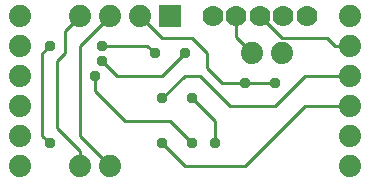
<source format=gbl>
G75*
%MOIN*%
%OFA0B0*%
%FSLAX25Y25*%
%IPPOS*%
%LPD*%
%AMOC8*
5,1,8,0,0,1.08239X$1,22.5*
%
%ADD10C,0.07400*%
%ADD11R,0.07400X0.07400*%
%ADD12C,0.07000*%
%ADD13C,0.03762*%
%ADD14C,0.01000*%
D10*
X0011500Y0011500D03*
X0011500Y0021500D03*
X0011500Y0031500D03*
X0011500Y0041500D03*
X0011500Y0051500D03*
X0011500Y0061500D03*
X0031500Y0061500D03*
X0041500Y0061500D03*
X0051500Y0061500D03*
X0089000Y0049000D03*
X0099000Y0049000D03*
X0121500Y0051500D03*
X0121500Y0041500D03*
X0121500Y0031500D03*
X0121500Y0021500D03*
X0121500Y0011500D03*
X0041500Y0011500D03*
X0031500Y0011500D03*
X0121500Y0061500D03*
D11*
X0061500Y0061500D03*
D12*
X0075831Y0061500D03*
X0083665Y0061500D03*
X0091500Y0061500D03*
X0099335Y0061500D03*
X0107169Y0061500D03*
D13*
X0066500Y0049000D03*
X0056500Y0049000D03*
X0039000Y0046500D03*
X0039000Y0051500D03*
X0021500Y0051500D03*
X0036500Y0041500D03*
X0059000Y0034000D03*
X0069000Y0034000D03*
X0086500Y0039000D03*
X0096500Y0039000D03*
X0076500Y0019000D03*
X0069000Y0019000D03*
X0059000Y0019000D03*
X0021500Y0019000D03*
D14*
X0019000Y0021500D01*
X0019000Y0049000D01*
X0021500Y0051500D01*
X0026500Y0049000D02*
X0026500Y0056500D01*
X0031500Y0061500D01*
X0031500Y0051500D02*
X0041500Y0061500D01*
X0051500Y0061500D02*
X0059000Y0054000D01*
X0069000Y0054000D01*
X0074000Y0049000D01*
X0074000Y0044000D01*
X0079000Y0039000D01*
X0086500Y0039000D01*
X0096500Y0039000D01*
X0096500Y0031500D02*
X0106500Y0041500D01*
X0121500Y0041500D01*
X0121500Y0031500D02*
X0106500Y0031500D01*
X0086500Y0011500D01*
X0066500Y0011500D01*
X0059000Y0019000D01*
X0061500Y0026500D02*
X0069000Y0019000D01*
X0076500Y0019000D02*
X0076500Y0026500D01*
X0069000Y0034000D01*
X0066500Y0041500D02*
X0059000Y0034000D01*
X0059000Y0041500D02*
X0044000Y0041500D01*
X0039000Y0046500D01*
X0039000Y0051500D02*
X0054000Y0051500D01*
X0056500Y0049000D01*
X0059000Y0041500D02*
X0066500Y0049000D01*
X0066500Y0041500D02*
X0071500Y0041500D01*
X0081500Y0031500D01*
X0096500Y0031500D01*
X0089000Y0049000D02*
X0083665Y0054335D01*
X0083665Y0061500D01*
X0091500Y0061500D02*
X0099000Y0054000D01*
X0114000Y0054000D01*
X0116500Y0051500D01*
X0121500Y0051500D01*
X0061500Y0026500D02*
X0046500Y0026500D01*
X0036500Y0036500D01*
X0036500Y0041500D01*
X0026500Y0049000D02*
X0024000Y0046500D01*
X0024000Y0024000D01*
X0031500Y0016500D01*
X0031500Y0011500D01*
X0041500Y0011500D02*
X0031500Y0021500D01*
X0031500Y0051500D01*
M02*

</source>
